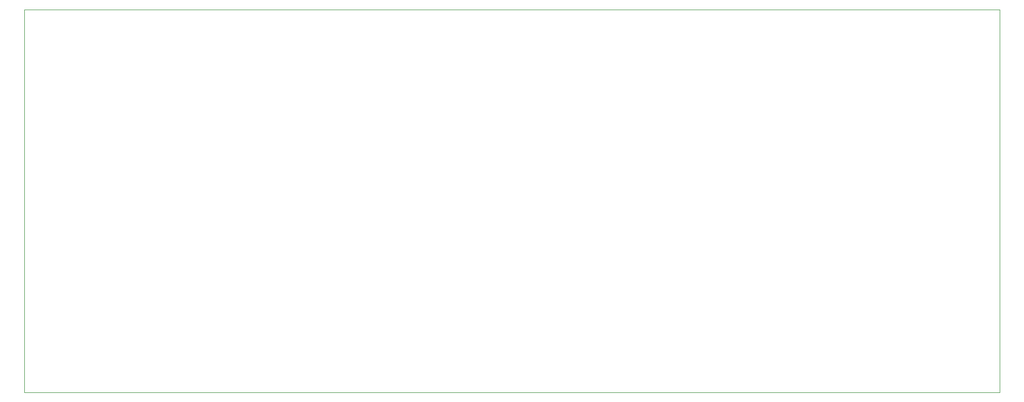
<source format=gbr>
G04 #@! TF.GenerationSoftware,KiCad,Pcbnew,5.1.6*
G04 #@! TF.CreationDate,2021-01-19T19:15:35+01:00*
G04 #@! TF.ProjectId,arduino-wirewrap,61726475-696e-46f2-9d77-697265777261,rev?*
G04 #@! TF.SameCoordinates,Original*
G04 #@! TF.FileFunction,Profile,NP*
%FSLAX46Y46*%
G04 Gerber Fmt 4.6, Leading zero omitted, Abs format (unit mm)*
G04 Created by KiCad (PCBNEW 5.1.6) date 2021-01-19 19:15:35*
%MOMM*%
%LPD*%
G01*
G04 APERTURE LIST*
G04 #@! TA.AperFunction,Profile*
%ADD10C,0.050000*%
G04 #@! TD*
G04 APERTURE END LIST*
D10*
X218000000Y-123000000D02*
X217000000Y-123000000D01*
X218000000Y-59000000D02*
X218000000Y-123000000D01*
X55000000Y-59000000D02*
X218000000Y-59000000D01*
X55000000Y-123000000D02*
X55000000Y-59000000D01*
X217000000Y-123000000D02*
X55000000Y-123000000D01*
M02*

</source>
